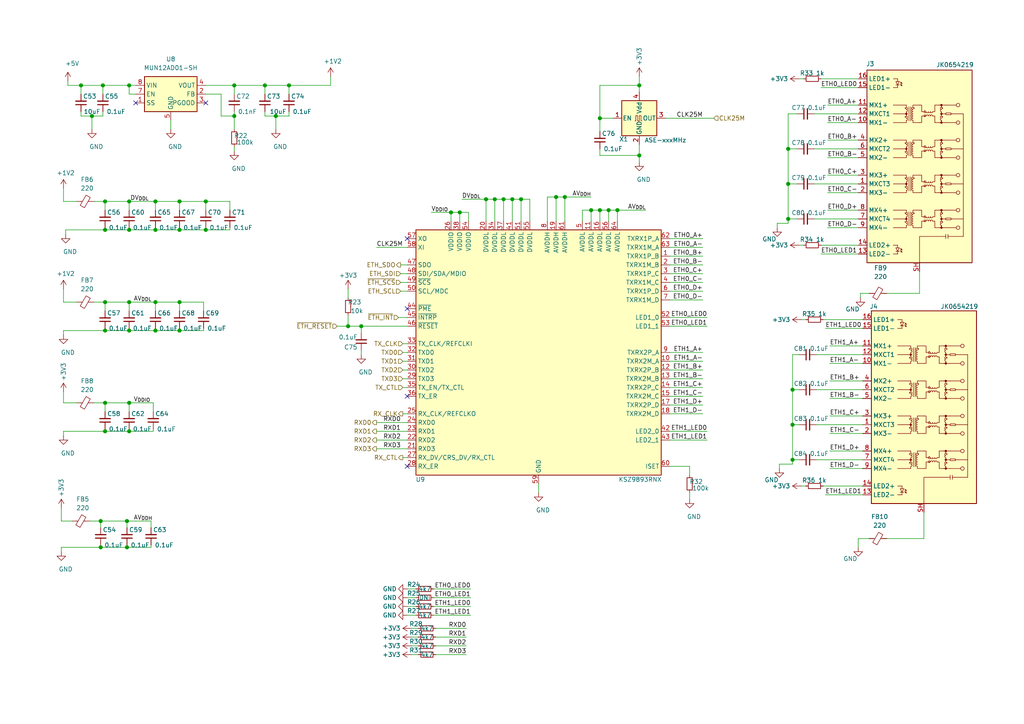
<source format=kicad_sch>
(kicad_sch (version 20201015) (generator eeschema)
  (page 1 6)
  (paper "A4")
  (lib_symbols
    (symbol "Connector:JK0654219"
      (property "Reference" "J" (at -15.24 29.21 0))
      (property "Value" "JK0654219" (at 10.16 29.21 0))
      (symbol "JK0654219_1_1"
        (pin passive line (at -17.78 -5.08 0) (length 2.54) (name "MXCT3") (number "1"))
        (pin passive line (at -17.78 12.7 0) (length 2.54) (name "MX1-") (number "10"))
        (pin passive line (at -17.78 17.78 0) (length 2.54) (name "MX1+") (number "11"))
        (pin passive line (at -17.78 15.24 0) (length 2.54) (name "MXCT1") (number "12"))
        (pin passive line (at -17.78 -25.4 0) (length 2.54) (name "LED2-") (number "13"))
        (pin passive line (at -17.78 -22.86 0) (length 2.54) (name "LED2+") (number "14"))
        (pin passive line (at -17.78 22.86 0) (length 2.54) (name "LED1-") (number "15"))
        (pin passive line (at -17.78 25.4 0) (length 2.54) (name "LED1+") (number "16"))
        (pin passive line (at -17.78 -7.62 0) (length 2.54) (name "MX3-") (number "2"))
        (pin passive line (at -17.78 -2.54 0) (length 2.54) (name "MX3+") (number "3"))
        (pin passive line (at -17.78 7.62 0) (length 2.54) (name "MX2+") (number "4"))
        (pin passive line (at -17.78 2.54 0) (length 2.54) (name "MX2-") (number "5"))
        (pin passive line (at -17.78 5.08 0) (length 2.54) (name "MXCT2") (number "6"))
        (pin passive line (at -17.78 -15.24 0) (length 2.54) (name "MXCT4") (number "7"))
        (pin passive line (at -17.78 -12.7 0) (length 2.54) (name "MX4+") (number "8"))
        (pin passive line (at -17.78 -17.78 0) (length 2.54) (name "MX4-") (number "9"))
        (pin passive line (at 0 -30.48 90) (length 2.54) (name "~") (number "SH"))
      )
    )
    (symbol "Device:C_Small" (pin_numbers hide) (pin_names (offset 0.254) hide)
      (property "Reference" "C" (at 0.254 1.778 0))
      (property "Value" "C_Small" (at 0.254 -2.032 0))
      (symbol "C_Small_1_1"
        (pin passive line (at 0 2.54 270) (length 2.032) (name "~") (number "1"))
        (pin passive line (at 0 -2.54 90) (length 2.032) (name "~") (number "2"))
      )
    )
    (symbol "Device:FerriteBead_Small" (pin_numbers hide) (pin_names (offset 0))
      (property "Reference" "FB" (at 1.905 1.27 0))
      (property "Value" "FerriteBead_Small" (at 1.905 -1.27 0))
      (symbol "FerriteBead_Small_1_1"
        (pin passive line (at 0 2.54 270) (length 1.27) (name "~") (number "1"))
        (pin passive line (at 0 -2.54 90) (length 1.27) (name "~") (number "2"))
      )
    )
    (symbol "Device:R_Small" (pin_numbers hide) (pin_names (offset 0.254) hide)
      (property "Reference" "R" (at 0.762 0.508 0))
      (property "Value" "R_Small" (at 0.762 -1.016 0))
      (symbol "R_Small_1_1"
        (pin passive line (at 0 2.54 270) (length 0.762) (name "~") (number "1"))
        (pin passive line (at 0 -2.54 90) (length 0.762) (name "~") (number "2"))
      )
    )
    (symbol "Interface_Ethernet:KSZ9893RNX"
      (property "Reference" "U" (at -34.29 36.83 0))
      (property "Value" "KSZ9893RNX" (at 29.21 36.83 0))
      (symbol "KSZ9893RNX_1_1"
        (pin passive line (at 38.1 27.94 180) (length 2.54) (name "TXRX1P_B") (number "1"))
        (pin passive line (at 38.1 -2.54 180) (length 2.54) (name "TXRX2M_A") (number "10"))
        (pin power_in line (at 15.24 38.1 270) (length 2.54) (name "AVDDL") (number "11"))
        (pin passive line (at 38.1 -5.08 180) (length 2.54) (name "TXRX2P_B") (number "12"))
        (pin passive line (at 38.1 -7.62 180) (length 2.54) (name "TXRX2M_B") (number "13"))
        (pin passive line (at 38.1 -10.16 180) (length 2.54) (name "TXRX2P_C") (number "14"))
        (pin passive line (at 38.1 -12.7 180) (length 2.54) (name "TXRX2M_C") (number "15"))
        (pin power_in line (at 17.78 38.1 270) (length 2.54) (name "AVDDL") (number "16"))
        (pin passive line (at 38.1 -15.24 180) (length 2.54) (name "TXRX2P_D") (number "17"))
        (pin passive line (at 38.1 -17.78 180) (length 2.54) (name "TXRX2M_D") (number "18"))
        (pin power_in line (at 5.08 38.1 270) (length 2.54) (name "AVDDH") (number "19"))
        (pin passive line (at 38.1 25.4 180) (length 2.54) (name "TXRX1M_B") (number "2"))
        (pin power_in line (at -15.24 38.1 270) (length 2.54) (name "DVDDL") (number "20"))
        (pin output line (at -38.1 -27.94 0) (length 2.54) (name "RXD3") (number "21"))
        (pin output line (at -38.1 -25.4 0) (length 2.54) (name "RXD2") (number "22"))
        (pin output line (at -38.1 -22.86 0) (length 2.54) (name "RXD1") (number "23"))
        (pin output line (at -38.1 -20.32 0) (length 2.54) (name "RXD0") (number "24"))
        (pin output line (at -38.1 -17.78 0) (length 2.54) (name "RX_CLK/REFCLKO") (number "25"))
        (pin power_in line (at -25.4 38.1 270) (length 2.54) (name "VDDIO") (number "26"))
        (pin output line (at -38.1 -30.48 0) (length 2.54) (name "RX_DV/CRS_DV/RX_CTL") (number "27"))
        (pin output line (at -38.1 -33.02 0) (length 2.54) (name "RX_ER") (number "28"))
        (pin input line (at -38.1 -7.62 0) (length 2.54) (name "TXD3") (number "29"))
        (pin passive line (at 38.1 22.86 180) (length 2.54) (name "TXRX1P_C") (number "3"))
        (pin input line (at -38.1 -5.08 0) (length 2.54) (name "TXD2") (number "30"))
        (pin input line (at -38.1 -2.54 0) (length 2.54) (name "TXD1") (number "31"))
        (pin input line (at -38.1 0 0) (length 2.54) (name "TXD0") (number "32"))
        (pin input line (at -38.1 2.54 0) (length 2.54) (name "TX_CLK/REFCLKI") (number "33"))
        (pin power_in line (at -12.7 38.1 270) (length 2.54) (name "DVDDL") (number "34"))
        (pin input line (at -38.1 -10.16 0) (length 2.54) (name "TX_EN/TX_CTL") (number "35"))
        (pin input line (at -38.1 -12.7 0) (length 2.54) (name "TX_ER") (number "36"))
        (pin power_in line (at -10.16 38.1 270) (length 2.54) (name "DVDDL") (number "37"))
        (pin power_in line (at -22.86 38.1 270) (length 2.54) (name "VDDIO") (number "38"))
        (pin unconnected line (at 35.56 2.54 180) (length 2.54) hide (name "NC") (number "39"))
        (pin passive line (at 38.1 20.32 180) (length 2.54) (name "TXRX1M_C") (number "4"))
        (pin unconnected line (at 35.56 5.08 180) (length 2.54) hide (name "NC") (number "40"))
        (pin power_in line (at -7.62 38.1 270) (length 2.54) (name "DVDDL") (number "41"))
        (pin output line (at 38.1 -22.86 180) (length 2.54) (name "LED2_0") (number "42"))
        (pin output line (at 38.1 -25.4 180) (length 2.54) (name "LED2_1") (number "43"))
        (pin output line (at -38.1 12.7 0) (length 2.54) (name "~PME") (number "44"))
        (pin output line (at -38.1 10.16 0) (length 2.54) (name "~INTRP") (number "45"))
        (pin input line (at -38.1 7.62 0) (length 2.54) (name "~RESET") (number "46"))
        (pin output line (at -38.1 25.4 0) (length 2.54) (name "SDO") (number "47"))
        (pin bidirectional line (at -38.1 22.86 0) (length 2.54) (name "SDI/SDA/MDIO") (number "48"))
        (pin input line (at -38.1 20.32 0) (length 2.54) (name "~SCS") (number "49"))
        (pin power_in line (at 12.7 38.1 270) (length 2.54) (name "AVDDL") (number "5"))
        (pin input line (at -38.1 17.78 0) (length 2.54) (name "SCL/MDC") (number "50"))
        (pin power_in line (at -5.08 38.1 270) (length 2.54) (name "DVDDL") (number "51"))
        (pin output line (at 38.1 10.16 180) (length 2.54) (name "LED1_0") (number "52"))
        (pin output line (at 38.1 7.62 180) (length 2.54) (name "LED1_1") (number "53"))
        (pin power_in line (at -20.32 38.1 270) (length 2.54) (name "VDDIO") (number "54"))
        (pin power_in line (at -2.54 38.1 270) (length 2.54) (name "DVDDL") (number "55"))
        (pin power_in line (at 20.32 38.1 270) (length 2.54) (name "AVDDL") (number "56"))
        (pin output line (at -38.1 33.02 0) (length 2.54) (name "XO") (number "57"))
        (pin input line (at -38.1 30.48 0) (length 2.54) (name "XI") (number "58"))
        (pin power_in line (at 0 -38.1 90) (length 2.54) (name "GND") (number "59"))
        (pin passive line (at 38.1 17.78 180) (length 2.54) (name "TXRX1P_D") (number "6"))
        (pin passive line (at 38.1 -33.02 180) (length 2.54) (name "ISET") (number "60"))
        (pin power_in line (at 7.62 38.1 270) (length 2.54) (name "AVDDH") (number "61"))
        (pin passive line (at 38.1 33.02 180) (length 2.54) (name "TXRX1P_A") (number "62"))
        (pin passive line (at 38.1 30.48 180) (length 2.54) (name "TXRX1M_A") (number "63"))
        (pin power_in line (at 22.86 38.1 270) (length 2.54) (name "AVDDL") (number "64"))
        (pin passive line (at 0 -38.1 90) (length 2.54) hide (name "GND") (number "65"))
        (pin passive line (at 38.1 15.24 180) (length 2.54) (name "TXRX1M_D") (number "7"))
        (pin power_in line (at 2.54 38.1 270) (length 2.54) (name "AVDDH") (number "8"))
        (pin passive line (at 38.1 0 180) (length 2.54) (name "TXRX2P_A") (number "9"))
      )
    )
    (symbol "Oscillator:ASE-xxxMHz" (pin_names (offset 0.254))
      (property "Reference" "X" (at -5.08 6.35 0))
      (property "Value" "ASE-xxxMHz" (at 1.27 -6.35 0))
      (symbol "ASE-xxxMHz_1_1"
        (pin input line (at -7.62 0 0) (length 2.54) (name "EN") (number "1"))
        (pin power_in line (at 0 -7.62 90) (length 2.54) (name "GND") (number "2"))
        (pin output line (at 7.62 0 180) (length 2.54) (name "OUT") (number "3"))
        (pin power_in line (at 0 7.62 270) (length 2.54) (name "Vdd") (number "4"))
      )
    )
    (symbol "Regulator_Switching:MUN12AD01-SH"
      (property "Reference" "U" (at 0 8.89 0))
      (property "Value" "MUN12AD01-SH" (at 0 6.35 0))
      (symbol "MUN12AD01-SH_1_1"
        (pin input line (at -10.16 -2.54 0) (length 2.54) (name "SS") (number "1"))
        (pin input line (at 10.16 0 180) (length 2.54) (name "FB") (number "2"))
        (pin open_collector line (at 10.16 -2.54 180) (length 2.54) (name "PGOOD") (number "3"))
        (pin power_out line (at 10.16 2.54 180) (length 2.54) (name "VOUT") (number "4"))
        (pin power_in line (at 0 -7.62 90) (length 2.54) (name "GND") (number "5"))
        (pin unconnected line (at -2.54 -5.08 90) (length 2.54) hide (name "NC") (number "6"))
        (pin input line (at -10.16 0 0) (length 2.54) (name "EN") (number "7"))
        (pin power_in line (at -10.16 2.54 0) (length 2.54) (name "VIN") (number "8"))
        (pin passive line (at 0 -7.62 90) (length 2.54) hide (name "GND") (number "9"))
      )
    )
    (symbol "power:+1V2" (power) (pin_names (offset 0))
      (property "Value" "+1V2" (at 0 3.556 0))
      (symbol "+1V2_1_1"
        (pin power_in line (at 0 0 90) (length 0) hide (name "+1V2") (number "1"))
      )
    )
    (symbol "power:+3V3" (power) (pin_names (offset 0))
      (property "Value" "+3V3" (at 0 3.556 0))
      (symbol "+3V3_1_1"
        (pin power_in line (at 0 0 90) (length 0) hide (name "+3V3") (number "1"))
      )
    )
    (symbol "power:+5V" (power) (pin_names (offset 0))
      (property "Value" "+5V" (at 0 3.556 0))
      (symbol "+5V_1_1"
        (pin power_in line (at 0 0 90) (length 0) hide (name "+5V") (number "1"))
      )
    )
    (symbol "power:GND" (power) (pin_names (offset 0))
      (property "Value" "GND" (at 0 -3.81 0))
      (symbol "GND_1_1"
        (pin power_in line (at 0 0 270) (length 0) hide (name "GND") (number "1"))
      )
    )
  )
  (junction (at 23.495 24.765) (diameter 1.016))
  (junction (at 26.67 33.655) (diameter 1.016))
  (junction (at 29.21 151.13) (diameter 1.016))
  (junction (at 29.21 158.75) (diameter 1.016))
  (junction (at 29.845 24.765) (diameter 1.016))
  (junction (at 30.48 58.42) (diameter 1.016))
  (junction (at 30.48 66.675) (diameter 1.016))
  (junction (at 30.48 87.63) (diameter 1.016))
  (junction (at 30.48 95.885) (diameter 1.016))
  (junction (at 30.48 116.84) (diameter 1.016))
  (junction (at 30.48 125.095) (diameter 1.016))
  (junction (at 36.83 151.13) (diameter 1.016))
  (junction (at 36.83 158.75) (diameter 1.016))
  (junction (at 37.465 24.765) (diameter 1.016))
  (junction (at 37.465 58.42) (diameter 1.016))
  (junction (at 37.465 66.675) (diameter 1.016))
  (junction (at 37.465 87.63) (diameter 1.016))
  (junction (at 37.465 95.885) (diameter 1.016))
  (junction (at 37.465 116.84) (diameter 1.016))
  (junction (at 37.465 125.095) (diameter 1.016))
  (junction (at 45.085 58.42) (diameter 1.016))
  (junction (at 45.085 66.675) (diameter 1.016))
  (junction (at 45.085 87.63) (diameter 1.016))
  (junction (at 45.085 95.885) (diameter 1.016))
  (junction (at 52.07 58.42) (diameter 1.016))
  (junction (at 52.07 66.675) (diameter 1.016))
  (junction (at 52.07 87.63) (diameter 1.016))
  (junction (at 52.07 95.885) (diameter 1.016))
  (junction (at 59.69 58.42) (diameter 1.016))
  (junction (at 59.69 66.675) (diameter 1.016))
  (junction (at 67.945 24.765) (diameter 1.016))
  (junction (at 67.945 33.655) (diameter 1.016))
  (junction (at 76.835 24.765) (diameter 1.016))
  (junction (at 80.01 33.655) (diameter 1.016))
  (junction (at 83.82 24.765) (diameter 1.016))
  (junction (at 100.965 94.615) (diameter 1.016))
  (junction (at 104.775 94.615) (diameter 1.016))
  (junction (at 130.81 61.595) (diameter 1.016))
  (junction (at 133.35 61.595) (diameter 1.016))
  (junction (at 140.97 57.785) (diameter 1.016))
  (junction (at 143.51 57.785) (diameter 1.016))
  (junction (at 146.05 57.785) (diameter 1.016))
  (junction (at 148.59 57.785) (diameter 1.016))
  (junction (at 151.13 57.785) (diameter 1.016))
  (junction (at 161.29 57.15) (diameter 1.016))
  (junction (at 163.83 57.15) (diameter 1.016))
  (junction (at 171.45 60.96) (diameter 1.016))
  (junction (at 173.99 34.29) (diameter 1.016))
  (junction (at 173.99 60.96) (diameter 1.016))
  (junction (at 176.53 60.96) (diameter 1.016))
  (junction (at 179.07 60.96) (diameter 1.016))
  (junction (at 185.42 24.765) (diameter 1.016))
  (junction (at 185.42 45.085) (diameter 1.016))
  (junction (at 228.6 43.18) (diameter 1.016))
  (junction (at 228.6 53.34) (diameter 1.016))
  (junction (at 228.6 63.5) (diameter 1.016))
  (junction (at 229.87 113.03) (diameter 1.016))
  (junction (at 229.87 123.19) (diameter 1.016))
  (junction (at 229.87 133.35) (diameter 1.016))
  (no_connect (at 118.11 135.255))
  (no_connect (at 118.11 114.935))
  (no_connect (at 118.11 89.535))
  (no_connect (at 118.11 69.215))
  (no_connect (at 59.69 29.845))
  (no_connect (at 39.37 29.845))
  (wire (pts (xy 17.78 151.13) (xy 17.78 147.32)))
  (wire (pts (xy 17.78 158.75) (xy 17.78 160.02)))
  (wire (pts (xy 18.415 58.42) (xy 18.415 54.61)))
  (wire (pts (xy 18.415 87.63) (xy 18.415 83.82)))
  (wire (pts (xy 18.415 95.885) (xy 18.415 97.155)))
  (wire (pts (xy 18.415 116.84) (xy 18.415 113.665)))
  (wire (pts (xy 18.415 125.095) (xy 18.415 126.365)))
  (wire (pts (xy 19.05 66.675) (xy 19.05 67.945)))
  (wire (pts (xy 19.685 24.765) (xy 19.685 23.495)))
  (wire (pts (xy 19.685 24.765) (xy 23.495 24.765)))
  (wire (pts (xy 20.955 151.13) (xy 17.78 151.13)))
  (wire (pts (xy 22.225 58.42) (xy 18.415 58.42)))
  (wire (pts (xy 22.225 87.63) (xy 18.415 87.63)))
  (wire (pts (xy 22.225 116.84) (xy 18.415 116.84)))
  (wire (pts (xy 23.495 24.765) (xy 23.495 27.305)))
  (wire (pts (xy 23.495 24.765) (xy 29.845 24.765)))
  (wire (pts (xy 23.495 33.655) (xy 23.495 32.385)))
  (wire (pts (xy 23.495 33.655) (xy 26.67 33.655)))
  (wire (pts (xy 26.035 151.13) (xy 29.21 151.13)))
  (wire (pts (xy 26.67 33.655) (xy 26.67 37.465)))
  (wire (pts (xy 27.305 58.42) (xy 30.48 58.42)))
  (wire (pts (xy 27.305 87.63) (xy 30.48 87.63)))
  (wire (pts (xy 27.305 116.84) (xy 30.48 116.84)))
  (wire (pts (xy 29.21 151.13) (xy 29.21 153.035)))
  (wire (pts (xy 29.21 151.13) (xy 36.83 151.13)))
  (wire (pts (xy 29.21 158.115) (xy 29.21 158.75)))
  (wire (pts (xy 29.21 158.75) (xy 17.78 158.75)))
  (wire (pts (xy 29.845 24.765) (xy 29.845 27.305)))
  (wire (pts (xy 29.845 24.765) (xy 37.465 24.765)))
  (wire (pts (xy 29.845 32.385) (xy 29.845 33.655)))
  (wire (pts (xy 29.845 33.655) (xy 26.67 33.655)))
  (wire (pts (xy 30.48 58.42) (xy 30.48 60.96)))
  (wire (pts (xy 30.48 58.42) (xy 37.465 58.42)))
  (wire (pts (xy 30.48 66.04) (xy 30.48 66.675)))
  (wire (pts (xy 30.48 66.675) (xy 19.05 66.675)))
  (wire (pts (xy 30.48 87.63) (xy 30.48 90.17)))
  (wire (pts (xy 30.48 87.63) (xy 37.465 87.63)))
  (wire (pts (xy 30.48 95.25) (xy 30.48 95.885)))
  (wire (pts (xy 30.48 95.885) (xy 18.415 95.885)))
  (wire (pts (xy 30.48 116.84) (xy 30.48 119.38)))
  (wire (pts (xy 30.48 116.84) (xy 37.465 116.84)))
  (wire (pts (xy 30.48 124.46) (xy 30.48 125.095)))
  (wire (pts (xy 30.48 125.095) (xy 18.415 125.095)))
  (wire (pts (xy 36.83 151.13) (xy 36.83 153.035)))
  (wire (pts (xy 36.83 151.13) (xy 43.815 151.13)))
  (wire (pts (xy 36.83 158.115) (xy 36.83 158.75)))
  (wire (pts (xy 36.83 158.75) (xy 29.21 158.75)))
  (wire (pts (xy 37.465 24.765) (xy 39.37 24.765)))
  (wire (pts (xy 37.465 27.305) (xy 37.465 24.765)))
  (wire (pts (xy 37.465 58.42) (xy 37.465 60.96)))
  (wire (pts (xy 37.465 58.42) (xy 45.085 58.42)))
  (wire (pts (xy 37.465 66.04) (xy 37.465 66.675)))
  (wire (pts (xy 37.465 66.675) (xy 30.48 66.675)))
  (wire (pts (xy 37.465 87.63) (xy 37.465 90.17)))
  (wire (pts (xy 37.465 87.63) (xy 45.085 87.63)))
  (wire (pts (xy 37.465 95.25) (xy 37.465 95.885)))
  (wire (pts (xy 37.465 95.885) (xy 30.48 95.885)))
  (wire (pts (xy 37.465 116.84) (xy 37.465 119.38)))
  (wire (pts (xy 37.465 116.84) (xy 44.45 116.84)))
  (wire (pts (xy 37.465 124.46) (xy 37.465 125.095)))
  (wire (pts (xy 37.465 125.095) (xy 30.48 125.095)))
  (wire (pts (xy 39.37 27.305) (xy 37.465 27.305)))
  (wire (pts (xy 43.815 151.13) (xy 43.815 153.035)))
  (wire (pts (xy 43.815 158.115) (xy 43.815 158.75)))
  (wire (pts (xy 43.815 158.75) (xy 36.83 158.75)))
  (wire (pts (xy 44.45 116.84) (xy 44.45 119.38)))
  (wire (pts (xy 44.45 124.46) (xy 44.45 125.095)))
  (wire (pts (xy 44.45 125.095) (xy 37.465 125.095)))
  (wire (pts (xy 45.085 58.42) (xy 45.085 60.96)))
  (wire (pts (xy 45.085 58.42) (xy 52.07 58.42)))
  (wire (pts (xy 45.085 66.04) (xy 45.085 66.675)))
  (wire (pts (xy 45.085 66.675) (xy 37.465 66.675)))
  (wire (pts (xy 45.085 87.63) (xy 45.085 90.17)))
  (wire (pts (xy 45.085 87.63) (xy 52.07 87.63)))
  (wire (pts (xy 45.085 95.25) (xy 45.085 95.885)))
  (wire (pts (xy 45.085 95.885) (xy 37.465 95.885)))
  (wire (pts (xy 49.53 34.925) (xy 49.53 37.465)))
  (wire (pts (xy 52.07 58.42) (xy 52.07 60.96)))
  (wire (pts (xy 52.07 58.42) (xy 59.69 58.42)))
  (wire (pts (xy 52.07 66.04) (xy 52.07 66.675)))
  (wire (pts (xy 52.07 66.675) (xy 45.085 66.675)))
  (wire (pts (xy 52.07 87.63) (xy 52.07 90.17)))
  (wire (pts (xy 52.07 87.63) (xy 59.055 87.63)))
  (wire (pts (xy 52.07 95.25) (xy 52.07 95.885)))
  (wire (pts (xy 52.07 95.885) (xy 45.085 95.885)))
  (wire (pts (xy 59.055 87.63) (xy 59.055 90.17)))
  (wire (pts (xy 59.055 95.25) (xy 59.055 95.885)))
  (wire (pts (xy 59.055 95.885) (xy 52.07 95.885)))
  (wire (pts (xy 59.69 24.765) (xy 67.945 24.765)))
  (wire (pts (xy 59.69 27.305) (xy 64.135 27.305)))
  (wire (pts (xy 59.69 58.42) (xy 59.69 60.96)))
  (wire (pts (xy 59.69 58.42) (xy 66.675 58.42)))
  (wire (pts (xy 59.69 66.04) (xy 59.69 66.675)))
  (wire (pts (xy 59.69 66.675) (xy 52.07 66.675)))
  (wire (pts (xy 64.135 27.305) (xy 64.135 33.655)))
  (wire (pts (xy 64.135 33.655) (xy 67.945 33.655)))
  (wire (pts (xy 66.675 58.42) (xy 66.675 60.96)))
  (wire (pts (xy 66.675 66.04) (xy 66.675 66.675)))
  (wire (pts (xy 66.675 66.675) (xy 59.69 66.675)))
  (wire (pts (xy 67.945 24.765) (xy 67.945 27.305)))
  (wire (pts (xy 67.945 24.765) (xy 76.835 24.765)))
  (wire (pts (xy 67.945 33.655) (xy 67.945 32.385)))
  (wire (pts (xy 67.945 33.655) (xy 67.945 37.465)))
  (wire (pts (xy 67.945 42.545) (xy 67.945 43.815)))
  (wire (pts (xy 76.835 24.765) (xy 76.835 27.305)))
  (wire (pts (xy 76.835 24.765) (xy 83.82 24.765)))
  (wire (pts (xy 76.835 33.655) (xy 76.835 32.385)))
  (wire (pts (xy 80.01 33.655) (xy 76.835 33.655)))
  (wire (pts (xy 80.01 33.655) (xy 80.01 37.465)))
  (wire (pts (xy 83.82 24.765) (xy 83.82 27.305)))
  (wire (pts (xy 83.82 24.765) (xy 95.885 24.765)))
  (wire (pts (xy 83.82 32.385) (xy 83.82 33.655)))
  (wire (pts (xy 83.82 33.655) (xy 80.01 33.655)))
  (wire (pts (xy 95.885 22.225) (xy 95.885 24.765)))
  (wire (pts (xy 97.79 94.615) (xy 100.965 94.615)))
  (wire (pts (xy 100.965 83.82) (xy 100.965 86.36)))
  (wire (pts (xy 100.965 91.44) (xy 100.965 94.615)))
  (wire (pts (xy 100.965 94.615) (xy 104.775 94.615)))
  (wire (pts (xy 104.775 94.615) (xy 104.775 96.52)))
  (wire (pts (xy 104.775 101.6) (xy 104.775 102.87)))
  (wire (pts (xy 109.22 71.755) (xy 118.11 71.755)))
  (wire (pts (xy 109.22 122.555) (xy 118.11 122.555)))
  (wire (pts (xy 109.22 125.095) (xy 118.11 125.095)))
  (wire (pts (xy 109.22 127.635) (xy 118.11 127.635)))
  (wire (pts (xy 109.22 130.175) (xy 118.11 130.175)))
  (wire (pts (xy 115.57 92.075) (xy 118.11 92.075)))
  (wire (pts (xy 116.205 76.835) (xy 118.11 76.835)))
  (wire (pts (xy 116.205 79.375) (xy 118.11 79.375)))
  (wire (pts (xy 116.205 81.915) (xy 118.11 81.915)))
  (wire (pts (xy 116.205 84.455) (xy 118.11 84.455)))
  (wire (pts (xy 116.84 99.695) (xy 118.11 99.695)))
  (wire (pts (xy 116.84 102.235) (xy 118.11 102.235)))
  (wire (pts (xy 116.84 104.775) (xy 118.11 104.775)))
  (wire (pts (xy 116.84 107.315) (xy 118.11 107.315)))
  (wire (pts (xy 116.84 109.855) (xy 118.11 109.855)))
  (wire (pts (xy 116.84 112.395) (xy 118.11 112.395)))
  (wire (pts (xy 116.84 120.015) (xy 118.11 120.015)))
  (wire (pts (xy 116.84 132.715) (xy 118.11 132.715)))
  (wire (pts (xy 118.11 94.615) (xy 104.775 94.615)))
  (wire (pts (xy 118.11 170.815) (xy 120.65 170.815)))
  (wire (pts (xy 118.11 173.355) (xy 120.65 173.355)))
  (wire (pts (xy 118.11 175.895) (xy 120.65 175.895)))
  (wire (pts (xy 118.11 178.435) (xy 120.65 178.435)))
  (wire (pts (xy 119.38 182.245) (xy 121.285 182.245)))
  (wire (pts (xy 119.38 184.785) (xy 121.285 184.785)))
  (wire (pts (xy 119.38 187.325) (xy 121.285 187.325)))
  (wire (pts (xy 119.38 189.865) (xy 121.285 189.865)))
  (wire (pts (xy 125.095 61.595) (xy 130.81 61.595)))
  (wire (pts (xy 125.73 170.815) (xy 136.525 170.815)))
  (wire (pts (xy 125.73 173.355) (xy 136.525 173.355)))
  (wire (pts (xy 125.73 175.895) (xy 136.525 175.895)))
  (wire (pts (xy 125.73 178.435) (xy 136.525 178.435)))
  (wire (pts (xy 126.365 182.245) (xy 135.255 182.245)))
  (wire (pts (xy 126.365 184.785) (xy 135.255 184.785)))
  (wire (pts (xy 126.365 187.325) (xy 135.255 187.325)))
  (wire (pts (xy 126.365 189.865) (xy 135.255 189.865)))
  (wire (pts (xy 130.81 61.595) (xy 130.81 64.135)))
  (wire (pts (xy 130.81 61.595) (xy 133.35 61.595)))
  (wire (pts (xy 133.35 61.595) (xy 133.35 64.135)))
  (wire (pts (xy 133.35 61.595) (xy 135.89 61.595)))
  (wire (pts (xy 133.985 57.785) (xy 140.97 57.785)))
  (wire (pts (xy 135.89 64.135) (xy 135.89 61.595)))
  (wire (pts (xy 140.97 57.785) (xy 140.97 64.135)))
  (wire (pts (xy 140.97 57.785) (xy 143.51 57.785)))
  (wire (pts (xy 143.51 57.785) (xy 143.51 64.135)))
  (wire (pts (xy 143.51 57.785) (xy 146.05 57.785)))
  (wire (pts (xy 146.05 57.785) (xy 146.05 64.135)))
  (wire (pts (xy 146.05 57.785) (xy 148.59 57.785)))
  (wire (pts (xy 148.59 57.785) (xy 148.59 64.135)))
  (wire (pts (xy 148.59 57.785) (xy 151.13 57.785)))
  (wire (pts (xy 151.13 57.785) (xy 151.13 64.135)))
  (wire (pts (xy 151.13 57.785) (xy 153.67 57.785)))
  (wire (pts (xy 153.67 64.135) (xy 153.67 57.785)))
  (wire (pts (xy 156.21 140.335) (xy 156.21 142.875)))
  (wire (pts (xy 158.75 57.15) (xy 161.29 57.15)))
  (wire (pts (xy 158.75 64.135) (xy 158.75 57.15)))
  (wire (pts (xy 161.29 57.15) (xy 161.29 64.135)))
  (wire (pts (xy 161.29 57.15) (xy 163.83 57.15)))
  (wire (pts (xy 163.83 57.15) (xy 163.83 64.135)))
  (wire (pts (xy 163.83 57.15) (xy 171.45 57.15)))
  (wire (pts (xy 168.91 60.96) (xy 171.45 60.96)))
  (wire (pts (xy 168.91 64.135) (xy 168.91 60.96)))
  (wire (pts (xy 171.45 60.96) (xy 171.45 64.135)))
  (wire (pts (xy 171.45 60.96) (xy 173.99 60.96)))
  (wire (pts (xy 173.99 24.765) (xy 173.99 34.29)))
  (wire (pts (xy 173.99 34.29) (xy 173.99 38.1)))
  (wire (pts (xy 173.99 34.29) (xy 177.8 34.29)))
  (wire (pts (xy 173.99 43.18) (xy 173.99 45.085)))
  (wire (pts (xy 173.99 45.085) (xy 185.42 45.085)))
  (wire (pts (xy 173.99 60.96) (xy 173.99 64.135)))
  (wire (pts (xy 173.99 60.96) (xy 176.53 60.96)))
  (wire (pts (xy 176.53 60.96) (xy 176.53 64.135)))
  (wire (pts (xy 176.53 60.96) (xy 179.07 60.96)))
  (wire (pts (xy 179.07 60.96) (xy 179.07 64.135)))
  (wire (pts (xy 179.07 60.96) (xy 187.325 60.96)))
  (wire (pts (xy 185.42 22.225) (xy 185.42 24.765)))
  (wire (pts (xy 185.42 24.765) (xy 173.99 24.765)))
  (wire (pts (xy 185.42 24.765) (xy 185.42 26.67)))
  (wire (pts (xy 185.42 41.91) (xy 185.42 45.085)))
  (wire (pts (xy 185.42 45.085) (xy 185.42 46.99)))
  (wire (pts (xy 193.04 34.29) (xy 207.01 34.29)))
  (wire (pts (xy 194.31 69.215) (xy 203.835 69.215)))
  (wire (pts (xy 194.31 71.755) (xy 203.835 71.755)))
  (wire (pts (xy 194.31 74.295) (xy 203.835 74.295)))
  (wire (pts (xy 194.31 76.835) (xy 203.835 76.835)))
  (wire (pts (xy 194.31 79.375) (xy 203.835 79.375)))
  (wire (pts (xy 194.31 81.915) (xy 203.835 81.915)))
  (wire (pts (xy 194.31 84.455) (xy 203.835 84.455)))
  (wire (pts (xy 194.31 86.995) (xy 203.835 86.995)))
  (wire (pts (xy 194.31 92.075) (xy 205.105 92.075)))
  (wire (pts (xy 194.31 94.615) (xy 205.105 94.615)))
  (wire (pts (xy 194.31 102.235) (xy 203.835 102.235)))
  (wire (pts (xy 194.31 104.775) (xy 203.835 104.775)))
  (wire (pts (xy 194.31 107.315) (xy 203.835 107.315)))
  (wire (pts (xy 194.31 109.855) (xy 203.835 109.855)))
  (wire (pts (xy 194.31 112.395) (xy 203.835 112.395)))
  (wire (pts (xy 194.31 114.935) (xy 203.835 114.935)))
  (wire (pts (xy 194.31 117.475) (xy 203.835 117.475)))
  (wire (pts (xy 194.31 120.015) (xy 203.835 120.015)))
  (wire (pts (xy 194.31 125.095) (xy 205.105 125.095)))
  (wire (pts (xy 194.31 127.635) (xy 205.105 127.635)))
  (wire (pts (xy 194.31 135.255) (xy 200.025 135.255)))
  (wire (pts (xy 200.025 135.255) (xy 200.025 137.795)))
  (wire (pts (xy 200.025 142.875) (xy 200.025 144.78)))
  (wire (pts (xy 225.425 64.77) (xy 228.6 64.77)))
  (wire (pts (xy 225.425 66.04) (xy 225.425 64.77)))
  (wire (pts (xy 226.06 134.62) (xy 229.87 134.62)))
  (wire (pts (xy 226.06 135.89) (xy 226.06 134.62)))
  (wire (pts (xy 228.6 33.02) (xy 231.14 33.02)))
  (wire (pts (xy 228.6 43.18) (xy 228.6 33.02)))
  (wire (pts (xy 228.6 43.18) (xy 231.14 43.18)))
  (wire (pts (xy 228.6 53.34) (xy 228.6 43.18)))
  (wire (pts (xy 228.6 53.34) (xy 231.14 53.34)))
  (wire (pts (xy 228.6 63.5) (xy 228.6 53.34)))
  (wire (pts (xy 228.6 63.5) (xy 231.14 63.5)))
  (wire (pts (xy 228.6 64.77) (xy 228.6 63.5)))
  (wire (pts (xy 229.87 102.87) (xy 231.775 102.87)))
  (wire (pts (xy 229.87 113.03) (xy 229.87 102.87)))
  (wire (pts (xy 229.87 113.03) (xy 231.775 113.03)))
  (wire (pts (xy 229.87 123.19) (xy 229.87 113.03)))
  (wire (pts (xy 229.87 123.19) (xy 231.775 123.19)))
  (wire (pts (xy 229.87 133.35) (xy 229.87 123.19)))
  (wire (pts (xy 229.87 133.35) (xy 231.775 133.35)))
  (wire (pts (xy 229.87 134.62) (xy 229.87 133.35)))
  (wire (pts (xy 231.775 22.86) (xy 233.045 22.86)))
  (wire (pts (xy 231.775 71.12) (xy 233.045 71.12)))
  (wire (pts (xy 232.41 92.71) (xy 233.68 92.71)))
  (wire (pts (xy 232.41 140.97) (xy 233.68 140.97)))
  (wire (pts (xy 236.22 33.02) (xy 248.92 33.02)))
  (wire (pts (xy 236.22 43.18) (xy 248.92 43.18)))
  (wire (pts (xy 236.22 53.34) (xy 248.92 53.34)))
  (wire (pts (xy 236.22 63.5) (xy 248.92 63.5)))
  (wire (pts (xy 236.855 102.87) (xy 250.19 102.87)))
  (wire (pts (xy 236.855 113.03) (xy 250.19 113.03)))
  (wire (pts (xy 236.855 123.19) (xy 250.19 123.19)))
  (wire (pts (xy 236.855 133.35) (xy 250.19 133.35)))
  (wire (pts (xy 238.125 22.86) (xy 248.92 22.86)))
  (wire (pts (xy 238.125 71.12) (xy 248.92 71.12)))
  (wire (pts (xy 238.76 92.71) (xy 250.19 92.71)))
  (wire (pts (xy 238.76 140.97) (xy 250.19 140.97)))
  (wire (pts (xy 248.92 25.4) (xy 238.125 25.4)))
  (wire (pts (xy 248.92 30.48) (xy 240.03 30.48)))
  (wire (pts (xy 248.92 35.56) (xy 240.03 35.56)))
  (wire (pts (xy 248.92 40.64) (xy 240.03 40.64)))
  (wire (pts (xy 248.92 45.72) (xy 240.03 45.72)))
  (wire (pts (xy 248.92 50.8) (xy 240.03 50.8)))
  (wire (pts (xy 248.92 55.88) (xy 240.03 55.88)))
  (wire (pts (xy 248.92 60.96) (xy 240.03 60.96)))
  (wire (pts (xy 248.92 66.04) (xy 240.03 66.04)))
  (wire (pts (xy 248.92 73.66) (xy 238.125 73.66)))
  (wire (pts (xy 248.92 156.21) (xy 248.92 158.75)))
  (wire (pts (xy 249.555 85.09) (xy 249.555 86.36)))
  (wire (pts (xy 250.19 95.25) (xy 239.395 95.25)))
  (wire (pts (xy 250.19 100.33) (xy 240.665 100.33)))
  (wire (pts (xy 250.19 105.41) (xy 240.665 105.41)))
  (wire (pts (xy 250.19 110.49) (xy 240.665 110.49)))
  (wire (pts (xy 250.19 115.57) (xy 240.665 115.57)))
  (wire (pts (xy 250.19 120.65) (xy 240.665 120.65)))
  (wire (pts (xy 250.19 125.73) (xy 240.665 125.73)))
  (wire (pts (xy 250.19 130.81) (xy 240.665 130.81)))
  (wire (pts (xy 250.19 135.89) (xy 240.665 135.89)))
  (wire (pts (xy 250.19 143.51) (xy 239.395 143.51)))
  (wire (pts (xy 252.095 85.09) (xy 249.555 85.09)))
  (wire (pts (xy 252.095 156.21) (xy 248.92 156.21)))
  (wire (pts (xy 266.7 78.74) (xy 266.7 85.09)))
  (wire (pts (xy 266.7 85.09) (xy 257.175 85.09)))
  (wire (pts (xy 267.97 148.59) (xy 267.97 156.21)))
  (wire (pts (xy 267.97 156.21) (xy 257.175 156.21)))
  (label "AV_{DDL}" (at 38.735 87.63 0))
  (label "V_{DDIO}" (at 38.735 116.84 0))
  (label "AV_{DDH}" (at 38.735 151.13 0))
  (label "DV_{DDL}" (at 43.18 58.42 180))
  (label "CLK25M" (at 109.22 71.755 0))
  (label "RXD0" (at 111.125 122.555 0))
  (label "RXD1" (at 111.125 125.095 0))
  (label "RXD2" (at 111.125 127.635 0))
  (label "RXD3" (at 111.125 130.175 0))
  (label "V_{DDIO}" (at 125.095 61.595 0))
  (label "DV_{DDL}" (at 133.985 57.785 0))
  (label "RXD0" (at 135.255 182.245 180))
  (label "RXD1" (at 135.255 184.785 180))
  (label "RXD2" (at 135.255 187.325 180))
  (label "RXD3" (at 135.255 189.865 180))
  (label "ETH0_LED0" (at 136.525 170.815 180))
  (label "ETH0_LED1" (at 136.525 173.355 180))
  (label "ETH1_LED0" (at 136.525 175.895 180))
  (label "ETH1_LED1" (at 136.525 178.435 180))
  (label "AV_{DDH}" (at 171.45 57.15 180))
  (label "AV_{DDL}" (at 187.325 60.96 180))
  (label "CLK25M" (at 196.215 34.29 0))
  (label "ETH0_A+" (at 203.835 69.215 180))
  (label "ETH0_A-" (at 203.835 71.755 180))
  (label "ETH0_B+" (at 203.835 74.295 180))
  (label "ETH0_B-" (at 203.835 76.835 180))
  (label "ETH0_C+" (at 203.835 79.375 180))
  (label "ETH0_C-" (at 203.835 81.915 180))
  (label "ETH0_D+" (at 203.835 84.455 180))
  (label "ETH0_D-" (at 203.835 86.995 180))
  (label "ETH1_A+" (at 203.835 102.235 180))
  (label "ETH1_A-" (at 203.835 104.775 180))
  (label "ETH1_B+" (at 203.835 107.315 180))
  (label "ETH1_B-" (at 203.835 109.855 180))
  (label "ETH1_C+" (at 203.835 112.395 180))
  (label "ETH1_C-" (at 203.835 114.935 180))
  (label "ETH1_D+" (at 203.835 117.475 180))
  (label "ETH1_D-" (at 203.835 120.015 180))
  (label "ETH0_LED0" (at 205.105 92.075 180))
  (label "ETH0_LED1" (at 205.105 94.615 180))
  (label "ETH1_LED0" (at 205.105 125.095 180))
  (label "ETH1_LED1" (at 205.105 127.635 180))
  (label "ETH0_LED0" (at 238.125 25.4 0))
  (label "ETH0_LED1" (at 238.125 73.66 0))
  (label "ETH1_LED0" (at 239.395 95.25 0))
  (label "ETH1_LED1" (at 239.395 143.51 0))
  (label "ETH0_A+" (at 240.03 30.48 0))
  (label "ETH0_A-" (at 240.03 35.56 0))
  (label "ETH0_B+" (at 240.03 40.64 0))
  (label "ETH0_B-" (at 240.03 45.72 0))
  (label "ETH0_C+" (at 240.03 50.8 0))
  (label "ETH0_C-" (at 240.03 55.88 0))
  (label "ETH0_D+" (at 240.03 60.96 0))
  (label "ETH0_D-" (at 240.03 66.04 0))
  (label "ETH1_A+" (at 240.665 100.33 0))
  (label "ETH1_A-" (at 240.665 105.41 0))
  (label "ETH1_B+" (at 240.665 110.49 0))
  (label "ETH1_B-" (at 240.665 115.57 0))
  (label "ETH1_C+" (at 240.665 120.65 0))
  (label "ETH1_C-" (at 240.665 125.73 0))
  (label "ETH1_D+" (at 240.665 130.81 0))
  (label "ETH1_D-" (at 240.665 135.89 0))
  (hierarchical_label "~ETH_RESET" (shape input) (at 97.79 94.615 180))
  (hierarchical_label "RXD0" (shape output) (at 109.22 122.555 180))
  (hierarchical_label "RXD1" (shape output) (at 109.22 125.095 180))
  (hierarchical_label "RXD2" (shape output) (at 109.22 127.635 180))
  (hierarchical_label "RXD3" (shape output) (at 109.22 130.175 180))
  (hierarchical_label "~ETH_INT" (shape input) (at 115.57 92.075 180))
  (hierarchical_label "ETH_SDO" (shape output) (at 116.205 76.835 180))
  (hierarchical_label "ETH_SDI" (shape input) (at 116.205 79.375 180))
  (hierarchical_label "~ETH_SCS" (shape input) (at 116.205 81.915 180))
  (hierarchical_label "ETH_SCL" (shape input) (at 116.205 84.455 180))
  (hierarchical_label "TX_CLK" (shape input) (at 116.84 99.695 180))
  (hierarchical_label "TXD0" (shape input) (at 116.84 102.235 180))
  (hierarchical_label "TXD1" (shape input) (at 116.84 104.775 180))
  (hierarchical_label "TXD2" (shape input) (at 116.84 107.315 180))
  (hierarchical_label "TXD3" (shape input) (at 116.84 109.855 180))
  (hierarchical_label "TX_CTL" (shape input) (at 116.84 112.395 180))
  (hierarchical_label "RX_CLK" (shape output) (at 116.84 120.015 180))
  (hierarchical_label "RX_CTL" (shape output) (at 116.84 132.715 180))
  (hierarchical_label "CLK25M" (shape input) (at 207.01 34.29 0))
  (symbol (lib_id "power:+3V3") (at 17.78 147.32 0) (unit 1)
    (property "Reference" "#PWR056" (effects hide))
    (property "Value" "+3V3" (at 17.78 141.478 90))
  )
  (symbol (lib_id "power:+1V2") (at 18.415 54.61 0) (unit 1)
    (property "Reference" "#PWR058" (effects hide))
    (property "Value" "+1V2" (at 19.05 50.165 0))
  )
  (symbol (lib_id "power:+1V2") (at 18.415 83.82 0) (unit 1)
    (property "Reference" "#PWR059" (effects hide))
    (property "Value" "+1V2" (at 19.05 79.375 0))
  )
  (symbol (lib_id "power:+3V3") (at 18.415 113.665 0) (unit 1)
    (property "Reference" "#PWR061" (effects hide))
    (property "Value" "+3V3" (at 18.415 107.823 90))
  )
  (symbol (lib_id "power:+5V") (at 19.685 23.495 0) (unit 1)
    (property "Reference" "#PWR064" (effects hide))
    (property "Value" "+5V" (at 20.955 18.415 0))
  )
  (symbol (lib_id "power:+1V2") (at 95.885 22.225 0) (unit 1)
    (property "Reference" "#PWR069" (effects hide))
    (property "Value" "+1V2" (at 96.52 17.78 0))
  )
  (symbol (lib_id "power:+3V3") (at 100.965 83.82 0) (unit 1)
    (property "Reference" "#PWR070" (effects hide))
    (property "Value" "+3V3" (at 100.965 79.883 0))
  )
  (symbol (lib_id "power:+3V3") (at 119.38 182.245 90) (unit 1)
    (property "Reference" "#PWR076" (effects hide))
    (property "Value" "+3V3" (at 113.538 182.245 90))
  )
  (symbol (lib_id "power:+3V3") (at 119.38 184.785 90) (unit 1)
    (property "Reference" "#PWR077" (effects hide))
    (property "Value" "+3V3" (at 113.538 184.785 90))
  )
  (symbol (lib_id "power:+3V3") (at 119.38 187.325 90) (unit 1)
    (property "Reference" "#PWR078" (effects hide))
    (property "Value" "+3V3" (at 113.538 187.325 90))
  )
  (symbol (lib_id "power:+3V3") (at 119.38 189.865 90) (unit 1)
    (property "Reference" "#PWR079" (effects hide))
    (property "Value" "+3V3" (at 113.538 189.865 90))
  )
  (symbol (lib_id "power:+3V3") (at 185.42 22.225 0) (unit 1)
    (property "Reference" "#PWR081" (effects hide))
    (property "Value" "+3V3" (at 185.42 16.383 90))
  )
  (symbol (lib_id "power:+3V3") (at 231.775 22.86 90) (unit 1)
    (property "Reference" "#PWR086" (effects hide))
    (property "Value" "+3V3" (at 225.933 22.86 90))
  )
  (symbol (lib_id "power:+3V3") (at 231.775 71.12 90) (unit 1)
    (property "Reference" "#PWR087" (effects hide))
    (property "Value" "+3V3" (at 225.933 71.12 90))
  )
  (symbol (lib_id "power:+3V3") (at 232.41 92.71 90) (unit 1)
    (property "Reference" "#PWR088" (effects hide))
    (property "Value" "+3V3" (at 226.568 92.71 90))
  )
  (symbol (lib_id "power:+3V3") (at 232.41 140.97 90) (unit 1)
    (property "Reference" "#PWR089" (effects hide))
    (property "Value" "+3V3" (at 226.568 140.97 90))
  )
  (symbol (lib_id "power:GND") (at 17.78 160.02 0) (unit 1)
    (property "Reference" "#PWR057" (effects hide))
    (property "Value" "GND" (at 19.05 165.1 0))
  )
  (symbol (lib_id "power:GND") (at 18.415 97.155 0) (unit 1)
    (property "Reference" "#PWR060" (effects hide))
    (property "Value" "GND" (at 19.685 102.235 0))
  )
  (symbol (lib_id "power:GND") (at 18.415 126.365 0) (unit 1)
    (property "Reference" "#PWR062" (effects hide))
    (property "Value" "GND" (at 19.685 131.445 0))
  )
  (symbol (lib_id "power:GND") (at 19.05 67.945 0) (unit 1)
    (property "Reference" "#PWR063" (effects hide))
    (property "Value" "GND" (at 20.32 73.025 0))
  )
  (symbol (lib_id "power:GND") (at 26.67 37.465 0) (unit 1)
    (property "Reference" "#PWR065" (effects hide))
    (property "Value" "GND" (at 27.94 42.545 0))
  )
  (symbol (lib_id "power:GND") (at 49.53 37.465 0) (unit 1)
    (property "Reference" "#PWR066" (effects hide))
    (property "Value" "GND" (at 50.8 42.545 0))
  )
  (symbol (lib_id "power:GND") (at 67.945 43.815 0) (unit 1)
    (property "Reference" "#PWR067" (effects hide))
    (property "Value" "GND" (at 69.215 48.895 0))
  )
  (symbol (lib_id "power:GND") (at 80.01 37.465 0) (unit 1)
    (property "Reference" "#PWR068" (effects hide))
    (property "Value" "GND" (at 81.28 42.545 0))
  )
  (symbol (lib_id "power:GND") (at 104.775 102.87 0) (unit 1)
    (property "Reference" "#PWR071" (effects hide))
    (property "Value" "GND" (at 106.045 107.95 0))
  )
  (symbol (lib_id "power:GND") (at 118.11 170.815 270) (unit 1)
    (property "Reference" "#PWR072" (effects hide))
    (property "Value" "GND" (at 113.03 170.815 90))
  )
  (symbol (lib_id "power:GND") (at 118.11 173.355 270) (unit 1)
    (property "Reference" "#PWR073" (effects hide))
    (property "Value" "GND" (at 113.03 173.355 90))
  )
  (symbol (lib_id "power:GND") (at 118.11 175.895 270) (unit 1)
    (property "Reference" "#PWR074" (effects hide))
    (property "Value" "GND" (at 113.03 175.895 90))
  )
  (symbol (lib_id "power:GND") (at 118.11 178.435 270) (unit 1)
    (property "Reference" "#PWR075" (effects hide))
    (property "Value" "GND" (at 113.03 178.435 90))
  )
  (symbol (lib_id "power:GND") (at 156.21 142.875 0) (unit 1)
    (property "Reference" "#PWR080" (effects hide))
    (property "Value" "GND" (at 157.48 147.955 0))
  )
  (symbol (lib_id "power:GND") (at 185.42 46.99 0) (unit 1)
    (property "Reference" "#PWR082" (effects hide))
    (property "Value" "GND" (at 186.69 52.07 0))
  )
  (symbol (lib_id "power:GND") (at 200.025 144.78 0) (unit 1)
    (property "Reference" "#PWR083" (effects hide))
    (property "Value" "GND" (at 201.295 149.86 0))
  )
  (symbol (lib_id "power:GND") (at 225.425 66.04 0) (unit 1)
    (property "Reference" "#PWR084" (effects hide))
    (property "Value" "GND" (at 223.139 69.342 0))
  )
  (symbol (lib_id "power:GND") (at 226.06 135.89 0) (unit 1)
    (property "Reference" "#PWR085" (effects hide))
    (property "Value" "GND" (at 223.774 139.192 0))
  )
  (symbol (lib_id "power:GND") (at 248.92 158.75 0) (unit 1)
    (property "Reference" "#PWR090" (effects hide))
    (property "Value" "GND" (at 246.634 162.052 0))
  )
  (symbol (lib_id "power:GND") (at 249.555 86.36 0) (unit 1)
    (property "Reference" "#PWR091" (effects hide))
    (property "Value" "GND" (at 247.269 89.662 0))
  )
  (symbol (lib_id "Device:R_Small") (at 67.945 40.005 0) (unit 1)
    (property "Reference" "R22" (at 69.85 39.37 0))
    (property "Value" "100k" (at 71.12 41.275 0))
    (property "Footprint" "Resistor_SMD:R_0402_1005Metric" (effects hide))
  )
  (symbol (lib_id "Device:R_Small") (at 100.965 88.9 180) (unit 1)
    (property "Reference" "R23" (at 102.87 87.63 0))
    (property "Value" "10k" (at 103.505 90.17 0))
    (property "Footprint" "Resistor_SMD:R_0402_1005Metric" (effects hide))
  )
  (symbol (lib_id "Device:R_Small") (at 123.19 170.815 90) (unit 1)
    (property "Reference" "R24" (at 120.015 169.545 90))
    (property "Value" "4k7" (at 123.19 170.815 90))
    (property "Footprint" "Resistor_SMD:R_0402_1005Metric" (effects hide))
  )
  (symbol (lib_id "Device:R_Small") (at 123.19 173.355 90) (unit 1)
    (property "Reference" "R25" (at 120.015 172.085 90))
    (property "Value" "DNI" (at 123.19 173.355 90))
    (property "Footprint" "Resistor_SMD:R_0402_1005Metric" (effects hide))
  )
  (symbol (lib_id "Device:R_Small") (at 123.19 175.895 90) (unit 1)
    (property "Reference" "R26" (at 120.015 174.625 90))
    (property "Value" "4k7" (at 123.19 175.895 90))
    (property "Footprint" "Resistor_SMD:R_0402_1005Metric" (effects hide))
  )
  (symbol (lib_id "Device:R_Small") (at 123.19 178.435 90) (unit 1)
    (property "Reference" "R27" (at 120.015 177.165 90))
    (property "Value" "4k7" (at 123.19 178.435 90))
    (property "Footprint" "Resistor_SMD:R_0402_1005Metric" (effects hide))
  )
  (symbol (lib_id "Device:R_Small") (at 123.825 182.245 90) (unit 1)
    (property "Reference" "R28" (at 120.65 180.975 90))
    (property "Value" "4k7" (at 123.825 182.245 90))
    (property "Footprint" "Resistor_SMD:R_0402_1005Metric" (effects hide))
  )
  (symbol (lib_id "Device:R_Small") (at 123.825 184.785 90) (unit 1)
    (property "Reference" "R29" (at 120.65 183.515 90))
    (property "Value" "4k7" (at 123.825 184.785 90))
    (property "Footprint" "Resistor_SMD:R_0402_1005Metric" (effects hide))
  )
  (symbol (lib_id "Device:R_Small") (at 123.825 187.325 90) (unit 1)
    (property "Reference" "R30" (at 120.65 186.055 90))
    (property "Value" "4k7" (at 123.825 187.325 90))
    (property "Footprint" "Resistor_SMD:R_0402_1005Metric" (effects hide))
  )
  (symbol (lib_id "Device:R_Small") (at 123.825 189.865 90) (unit 1)
    (property "Reference" "R31" (at 120.65 188.595 90))
    (property "Value" "4k7" (at 123.825 189.865 90))
    (property "Footprint" "Resistor_SMD:R_0402_1005Metric" (effects hide))
  )
  (symbol (lib_id "Device:R_Small") (at 200.025 140.335 0) (unit 1)
    (property "Reference" "R32" (at 201.93 139.7 0))
    (property "Value" "100k" (at 203.2 141.605 0))
    (property "Footprint" "Resistor_SMD:R_0402_1005Metric" (effects hide))
  )
  (symbol (lib_id "Device:R_Small") (at 235.585 22.86 90) (unit 1)
    (property "Reference" "R33" (at 233.934 21.209 90))
    (property "Value" "1k" (at 237.871 21.209 90))
    (property "Footprint" "Resistor_SMD:R_0402_1005Metric" (effects hide))
  )
  (symbol (lib_id "Device:R_Small") (at 235.585 71.12 90) (unit 1)
    (property "Reference" "R34" (at 233.934 69.469 90))
    (property "Value" "1k" (at 237.871 69.469 90))
    (property "Footprint" "Resistor_SMD:R_0402_1005Metric" (effects hide))
  )
  (symbol (lib_id "Device:R_Small") (at 236.22 92.71 90) (unit 1)
    (property "Reference" "R35" (at 234.569 91.059 90))
    (property "Value" "1k" (at 238.506 91.059 90))
    (property "Footprint" "Resistor_SMD:R_0402_1005Metric" (effects hide))
  )
  (symbol (lib_id "Device:R_Small") (at 236.22 140.97 90) (unit 1)
    (property "Reference" "R36" (at 234.569 139.319 90))
    (property "Value" "1k" (at 238.506 139.319 90))
    (property "Footprint" "Resistor_SMD:R_0402_1005Metric" (effects hide))
  )
  (symbol (lib_id "Device:C_Small") (at 23.495 29.845 180) (unit 1)
    (property "Reference" "C53" (at 26.035 27.94 0))
    (property "Value" "10uF" (at 26.67 32.385 0))
    (property "Footprint" "Capacitor_SMD:C_0402_1005Metric" (effects hide))
  )
  (symbol (lib_id "Device:C_Small") (at 29.21 155.575 180) (unit 1)
    (property "Reference" "C54" (at 31.75 153.67 0))
    (property "Value" "0.1uF" (at 33.02 158.115 0))
    (property "Footprint" "Capacitor_SMD:C_0402_1005Metric" (effects hide))
  )
  (symbol (lib_id "Device:C_Small") (at 29.845 29.845 180) (unit 1)
    (property "Reference" "C55" (at 32.385 27.94 0))
    (property "Value" "0.1uF" (at 33.655 32.385 0))
    (property "Footprint" "Capacitor_SMD:C_0402_1005Metric" (effects hide))
  )
  (symbol (lib_id "Device:C_Small") (at 30.48 63.5 180) (unit 1)
    (property "Reference" "C56" (at 33.02 61.595 0))
    (property "Value" "0.1uF" (at 34.29 66.04 0))
    (property "Footprint" "Capacitor_SMD:C_0402_1005Metric" (effects hide))
  )
  (symbol (lib_id "Device:C_Small") (at 30.48 92.71 180) (unit 1)
    (property "Reference" "C57" (at 33.02 90.805 0))
    (property "Value" "0.1uF" (at 34.29 95.25 0))
    (property "Footprint" "Capacitor_SMD:C_0402_1005Metric" (effects hide))
  )
  (symbol (lib_id "Device:C_Small") (at 30.48 121.92 180) (unit 1)
    (property "Reference" "C58" (at 33.02 120.015 0))
    (property "Value" "0.1uF" (at 34.29 124.46 0))
    (property "Footprint" "Capacitor_SMD:C_0402_1005Metric" (effects hide))
  )
  (symbol (lib_id "Device:C_Small") (at 36.83 155.575 180) (unit 1)
    (property "Reference" "C59" (at 39.37 153.67 0))
    (property "Value" "0.1uF" (at 40.64 158.115 0))
    (property "Footprint" "Capacitor_SMD:C_0402_1005Metric" (effects hide))
  )
  (symbol (lib_id "Device:C_Small") (at 37.465 63.5 180) (unit 1)
    (property "Reference" "C60" (at 40.005 61.595 0))
    (property "Value" "0.1uF" (at 41.275 66.04 0))
    (property "Footprint" "Capacitor_SMD:C_0402_1005Metric" (effects hide))
  )
  (symbol (lib_id "Device:C_Small") (at 37.465 92.71 180) (unit 1)
    (property "Reference" "C61" (at 40.005 90.805 0))
    (property "Value" "0.1uF" (at 41.275 95.25 0))
    (property "Footprint" "Capacitor_SMD:C_0402_1005Metric" (effects hide))
  )
  (symbol (lib_id "Device:C_Small") (at 37.465 121.92 180) (unit 1)
    (property "Reference" "C62" (at 40.005 120.015 0))
    (property "Value" "0.1uF" (at 41.275 124.46 0))
    (property "Footprint" "Capacitor_SMD:C_0402_1005Metric" (effects hide))
  )
  (symbol (lib_id "Device:C_Small") (at 43.815 155.575 180) (unit 1)
    (property "Reference" "C63" (at 46.355 153.67 0))
    (property "Value" "0.1uF" (at 47.625 158.115 0))
    (property "Footprint" "Capacitor_SMD:C_0402_1005Metric" (effects hide))
  )
  (symbol (lib_id "Device:C_Small") (at 44.45 121.92 180) (unit 1)
    (property "Reference" "C64" (at 46.99 120.015 0))
    (property "Value" "0.1uF" (at 48.26 124.46 0))
    (property "Footprint" "Capacitor_SMD:C_0402_1005Metric" (effects hide))
  )
  (symbol (lib_id "Device:C_Small") (at 45.085 63.5 180) (unit 1)
    (property "Reference" "C65" (at 47.625 61.595 0))
    (property "Value" "0.1uF" (at 48.895 66.04 0))
    (property "Footprint" "Capacitor_SMD:C_0402_1005Metric" (effects hide))
  )
  (symbol (lib_id "Device:C_Small") (at 45.085 92.71 180) (unit 1)
    (property "Reference" "C66" (at 47.625 90.805 0))
    (property "Value" "0.1uF" (at 48.895 95.25 0))
    (property "Footprint" "Capacitor_SMD:C_0402_1005Metric" (effects hide))
  )
  (symbol (lib_id "Device:C_Small") (at 52.07 63.5 180) (unit 1)
    (property "Reference" "C67" (at 54.61 61.595 0))
    (property "Value" "0.1uF" (at 55.88 66.04 0))
    (property "Footprint" "Capacitor_SMD:C_0402_1005Metric" (effects hide))
  )
  (symbol (lib_id "Device:C_Small") (at 52.07 92.71 180) (unit 1)
    (property "Reference" "C68" (at 54.61 90.805 0))
    (property "Value" "0.1uF" (at 55.88 95.25 0))
    (property "Footprint" "Capacitor_SMD:C_0402_1005Metric" (effects hide))
  )
  (symbol (lib_id "Device:C_Small") (at 59.055 92.71 180) (unit 1)
    (property "Reference" "C69" (at 61.595 90.805 0))
    (property "Value" "0.1uF" (at 62.865 95.25 0))
    (property "Footprint" "Capacitor_SMD:C_0402_1005Metric" (effects hide))
  )
  (symbol (lib_id "Device:C_Small") (at 59.69 63.5 180) (unit 1)
    (property "Reference" "C70" (at 62.23 61.595 0))
    (property "Value" "0.1uF" (at 63.5 66.04 0))
    (property "Footprint" "Capacitor_SMD:C_0402_1005Metric" (effects hide))
  )
  (symbol (lib_id "Device:C_Small") (at 66.675 63.5 180) (unit 1)
    (property "Reference" "C71" (at 69.215 61.595 0))
    (property "Value" "0.1uF" (at 70.485 66.04 0))
    (property "Footprint" "Capacitor_SMD:C_0402_1005Metric" (effects hide))
  )
  (symbol (lib_id "Device:C_Small") (at 67.945 29.845 180) (unit 1)
    (property "Reference" "C72" (at 70.485 27.94 0))
    (property "Value" "0.1nF" (at 71.755 32.385 0))
    (property "Footprint" "Capacitor_SMD:C_0402_1005Metric" (effects hide))
  )
  (symbol (lib_id "Device:C_Small") (at 76.835 29.845 180) (unit 1)
    (property "Reference" "C73" (at 79.375 27.94 0))
    (property "Value" "10uF" (at 80.645 32.385 0))
    (property "Footprint" "Capacitor_SMD:C_0402_1005Metric" (effects hide))
  )
  (symbol (lib_id "Device:C_Small") (at 83.82 29.845 180) (unit 1)
    (property "Reference" "C74" (at 86.36 27.94 0))
    (property "Value" "0.1uF" (at 87.63 32.385 0))
    (property "Footprint" "Capacitor_SMD:C_0402_1005Metric" (effects hide))
  )
  (symbol (lib_id "Device:C_Small") (at 104.775 99.06 180) (unit 1)
    (property "Reference" "C75" (at 101.727 100.711 0))
    (property "Value" "0.1uF" (at 100.965 97.79 0))
    (property "Footprint" "Capacitor_SMD:C_0402_1005Metric" (effects hide))
  )
  (symbol (lib_id "Device:C_Small") (at 173.99 40.64 180) (unit 1)
    (property "Reference" "C76" (at 176.53 38.735 0))
    (property "Value" "0.1uF" (at 177.8 43.18 0))
    (property "Footprint" "Capacitor_SMD:C_0402_1005Metric" (effects hide))
  )
  (symbol (lib_id "Device:C_Small") (at 233.68 33.02 90) (unit 1)
    (property "Reference" "C77" (at 231.521 31.242 90))
    (property "Value" "0.1uF" (at 236.982 31.242 90))
    (property "Footprint" "Capacitor_SMD:C_0402_1005Metric" (effects hide))
  )
  (symbol (lib_id "Device:C_Small") (at 233.68 43.18 90) (unit 1)
    (property "Reference" "C78" (at 231.521 41.402 90))
    (property "Value" "0.1uF" (at 236.982 41.402 90))
    (property "Footprint" "Capacitor_SMD:C_0402_1005Metric" (effects hide))
  )
  (symbol (lib_id "Device:C_Small") (at 233.68 53.34 90) (unit 1)
    (property "Reference" "C79" (at 231.521 51.562 90))
    (property "Value" "0.1uF" (at 236.982 51.562 90))
    (property "Footprint" "Capacitor_SMD:C_0402_1005Metric" (effects hide))
  )
  (symbol (lib_id "Device:C_Small") (at 233.68 63.5 90) (unit 1)
    (property "Reference" "C80" (at 231.521 61.722 90))
    (property "Value" "0.1uF" (at 236.982 61.722 90))
    (property "Footprint" "Capacitor_SMD:C_0402_1005Metric" (effects hide))
  )
  (symbol (lib_id "Device:C_Small") (at 234.315 102.87 90) (unit 1)
    (property "Reference" "C81" (at 232.156 101.092 90))
    (property "Value" "0.1uF" (at 237.617 101.092 90))
    (property "Footprint" "Capacitor_SMD:C_0402_1005Metric" (effects hide))
  )
  (symbol (lib_id "Device:C_Small") (at 234.315 113.03 90) (unit 1)
    (property "Reference" "C82" (at 232.156 111.252 90))
    (property "Value" "0.1uF" (at 237.617 111.252 90))
    (property "Footprint" "Capacitor_SMD:C_0402_1005Metric" (effects hide))
  )
  (symbol (lib_id "Device:C_Small") (at 234.315 123.19 90) (unit 1)
    (property "Reference" "C83" (at 232.156 121.412 90))
    (property "Value" "0.1uF" (at 237.617 121.412 90))
    (property "Footprint" "Capacitor_SMD:C_0402_1005Metric" (effects hide))
  )
  (symbol (lib_id "Device:C_Small") (at 234.315 133.35 90) (unit 1)
    (property "Reference" "C84" (at 232.156 131.572 90))
    (property "Value" "0.1uF" (at 237.617 131.572 90))
    (property "Footprint" "Capacitor_SMD:C_0402_1005Metric" (effects hide))
  )
  (symbol (lib_id "Device:FerriteBead_Small") (at 23.495 151.13 90) (unit 1)
    (property "Reference" "FB5" (at 24.003 144.78 90))
    (property "Value" "220" (at 24.003 147.32 90))
    (property "Footprint" "Resistor_SMD:R_0603_1608Metric" (effects hide))
  )
  (symbol (lib_id "Device:FerriteBead_Small") (at 24.765 58.42 90) (unit 1)
    (property "Reference" "FB6" (at 25.273 52.07 90))
    (property "Value" "220" (at 25.273 54.61 90))
    (property "Footprint" "Resistor_SMD:R_0603_1608Metric" (effects hide))
  )
  (symbol (lib_id "Device:FerriteBead_Small") (at 24.765 87.63 90) (unit 1)
    (property "Reference" "FB7" (at 25.273 81.28 90))
    (property "Value" "220" (at 25.273 83.82 90))
    (property "Footprint" "Resistor_SMD:R_0603_1608Metric" (effects hide))
  )
  (symbol (lib_id "Device:FerriteBead_Small") (at 24.765 116.84 90) (unit 1)
    (property "Reference" "FB8" (at 25.273 110.49 90))
    (property "Value" "220" (at 25.273 113.03 90))
    (property "Footprint" "Resistor_SMD:R_0603_1608Metric" (effects hide))
  )
  (symbol (lib_id "Device:FerriteBead_Small") (at 254.635 85.09 90) (unit 1)
    (property "Reference" "FB9" (at 255.397 77.724 90))
    (property "Value" "220" (at 255.397 80.264 90))
    (property "Footprint" "Resistor_SMD:R_0603_1608Metric" (effects hide))
  )
  (symbol (lib_id "Device:FerriteBead_Small") (at 254.635 156.21 90) (unit 1)
    (property "Reference" "FB10" (at 255.143 149.86 90))
    (property "Value" "220" (at 255.143 152.4 90))
    (property "Footprint" "Resistor_SMD:R_0603_1608Metric" (effects hide))
  )
  (symbol (lib_id "Oscillator:ASE-xxxMHz") (at 185.42 34.29 0) (unit 1)
    (property "Reference" "X1" (at 179.578 40.386 0) (effects (justify left)))
    (property "Value" "ASE-xxxMHz" (at 186.944 40.64 0) (effects (justify left)))
    (property "Footprint" "Oscillator:Oscillator_SMD_Abracon_ASCO-4Pin_1.6x1.2mm" (effects hide))
    (property "Datasheet" "http://www.abracon.com/Oscillators/ASV.pdf" (effects hide))
  )
  (symbol (lib_id "Regulator_Switching:MUN12AD01-SH") (at 49.53 27.305 0) (unit 1)
    (property "Reference" "U8" (at 49.53 17.145 0))
    (property "Value" "MUN12AD01-SH" (at 49.53 19.685 0))
    (property "Footprint" "Converter_DCDC:Converter_DCDC_Cyntec_MUN12AD01-SH" (effects hide))
    (property "Datasheet" "http://www.cyntec.com/upfile/products/download/Cyntec%20MUN12AD01-SH_Datasheet.pdf" (effects hide))
  )
  (symbol (lib_id "Connector:JK0654219") (at 266.7 48.26 0) (unit 1)
    (property "Reference" "J3" (at 251.206 18.542 0) (effects (justify left)))
    (property "Value" "JK0654219" (at 271.526 18.796 0) (effects (justify left)))
    (property "Footprint" "Connector_RJ:RJ45_Pulse_JK0654219NL_Horizontal" (effects hide))
    (property "Datasheet" "https://media.digikey.com/pdf/Data%20Sheets/Pulse%20PDFs/JK%20Series.pdf" (effects hide))
  )
  (symbol (lib_id "Connector:JK0654219") (at 267.97 118.11 0) (unit 1)
    (property "Reference" "J4" (at 252.222 88.9 0) (effects (justify left)))
    (property "Value" "JK0654219" (at 272.796 88.9 0) (effects (justify left)))
    (property "Footprint" "Connector_RJ:RJ45_Pulse_JK0654219NL_Horizontal" (effects hide))
    (property "Datasheet" "https://media.digikey.com/pdf/Data%20Sheets/Pulse%20PDFs/JK%20Series.pdf" (effects hide))
  )
  (symbol (lib_id "Interface_Ethernet:KSZ9893RNX") (at 156.21 102.235 0) (unit 1)
    (property "Reference" "U9" (at 121.92 139.065 0))
    (property "Value" "KSZ9893RNX" (at 185.674 139.065 0))
    (property "Footprint" "Package_DFN_QFN:QFN-64-1EP_8x8mm_P0.4mm_EP6.5x6.5mm_ThermalVias" (effects hide))
    (property "Datasheet" "http://ww1.microchip.com/downloads/en/DeviceDoc/KSZ9893R-Data-Sheet-DS00002420C.pdf" (effects hide))
  )
)
</source>
